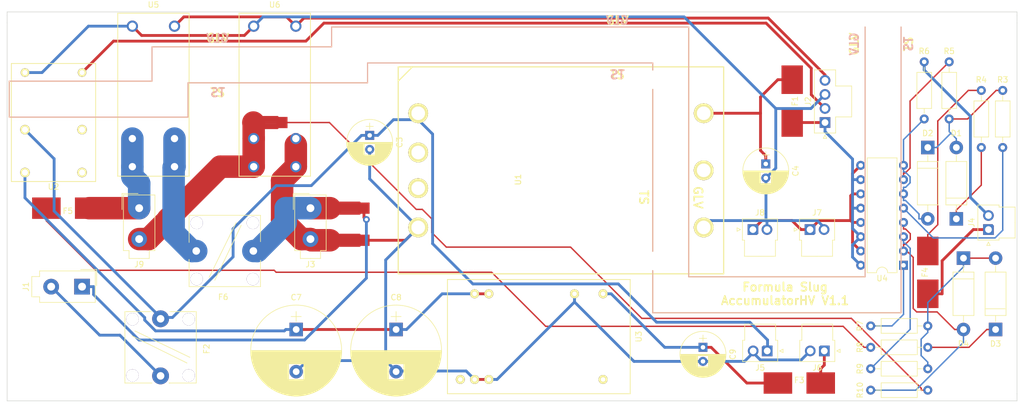
<source format=kicad_pcb>
(kicad_pcb (version 4) (host pcbnew 4.0.7)
  (layers (0 F.Cu signal) (31 B.Cu signal) (34 B.Paste user) (35 F.Paste user) (36 B.SilkS user) (37 F.SilkS user) (38 B.Mask user) (39 F.Mask user) (44 Edge.Cuts user))
  (net 0 "")
  (net 1 /BATT+)
  (net 2 /BATT-)
  (net 3 /12V_SRC)
  (net 4 GND)
  (net 5 "Net-(D1-Pad1)")
  (net 6 "Net-(D1-Pad2)")
  (net 7 "Net-(D2-Pad2)")
  (net 8 "Net-(D3-Pad1)")
  (net 9 "Net-(D3-Pad2)")
  (net 10 "Net-(D4-Pad2)")
  (net 11 /3.3V_TS)
  (net 12 /TS+)
  (net 13 "Net-(F4-Pad1)")
  (net 14 /CHARGER+)
  (net 15 "Net-(F5-Pad1)")
  (net 16 /12V)
  (net 17 /AIRS_FINAL_CHARGER)
  (net 18 /TS-)
  (net 19 /12V_INDICATOR)
  (net 20 /CHARGER-)
  (net 21 "Net-(R3-Pad1)")
  (net 22 "Net-(R5-Pad1)")
  (net 23 "Net-(R7-Pad1)")
  (net 24 /BATT+_DIRECT)
  (net 25 /BATT+_LVBOARD)
  (net 26 /BATT+_CHARGER)
  (net 27 /BATT-_CHARGER)
  (net 28 /BATT+_CHGFUSED)
  (net 29 /BATT+_DIRFUSED)
  (net 30 /VICOR_OUT)
  (net 31 "Net-(R9-Pad1)")
  (net 32 "Net-(R10-Pad2)")
  (net 33 /3.3V_TS_PRE)
  (module FSFootprints:Vicor_Micro (layer F.Cu) (at 96.647 43.18 90)
    (fp_text reference U1 (at -17.78 17.78 90) (layer F.SilkS))
    (fp_text value V110C12E100BL)
    (pad 4 thru_hole circle (at -26.289 0 90) (size 3.5 3.5) (drill 2.4) (layers *.Cu *.Mask F.SilkS) (net 2 /BATT-))
    (pad 3 thru_hole circle (at -19.304 0 90) (size 3.5 3.5) (drill 2.4) (layers *.Cu *.Mask F.SilkS))
    (pad 2 thru_hole circle (at -12.954 0 90) (size 3.5 3.5) (drill 2.4) (layers *.Cu *.Mask F.SilkS))
    (pad 1 thru_hole circle (at -5.969 0 90) (size 3.5 3.5) (drill 2.4) (layers *.Cu *.Mask F.SilkS) (net 1 /BATT+))
    (pad 5 thru_hole circle (at -26.289 50.8 90) (size 3.5 3.5) (drill 2.4) (layers *.Cu *.Mask F.SilkS) (net 4 GND))
    (pad 6 thru_hole circle (at -16.129 50.8 90) (size 3.5 3.5) (drill 2.4) (layers *.Cu *.Mask F.SilkS))
    (pad 7 thru_hole circle (at -5.969 50.8 90) (size 3.5 3.5) (drill 2.4) (layers *.Cu *.Mask F.SilkS) (net 30 /VICOR_OUT))
    (pad "" np_thru_hole circle (at 0 8.89 90) (size 3.2639 3.2639) (drill 3.2639) (layers *.Cu *.Mask))
    (pad "" np_thru_hole circle (at -32.258 25.4 90) (size 3.2639 3.2639) (drill 3.2639) (layers *.Cu *.Mask))
    (pad "" np_thru_hole circle (at -32.258 8.89 90) (size 3.2639 3.2639) (drill 3.2639) (layers *.Cu *.Mask))
    (pad "" np_thru_hole circle (at -32.258 41.91 90) (size 3.2639 3.2639) (drill 3.2639) (layers *.Cu *.Mask))
    (pad "" np_thru_hole circle (at 0 25.4 90) (size 3.2639 3.2639) (drill 3.2639) (layers *.Cu *.Mask))
    (pad "" np_thru_hole circle (at 0 41.91 90) (size 3.2639 3.2639) (drill 3.2639) (layers *.Cu *.Mask))
  )
  (module FSFootprints:G2RL-1A-E (layer F.Cu) (at 71.12 33.655 270)
    (fp_text reference U6 (at -3.81 0 540) (layer F.SilkS))
    (fp_text value G2RL-1A-E)
    (pad 5 thru_hole circle (at 25 3.75 270) (size 2 2) (drill 1.3) (layers *.Cu *.Mask) (net 20 /CHARGER-))
    (pad 4 thru_hole circle (at 25 -3.75 270) (size 2 2) (drill 1.3) (layers *.Cu *.Mask) (net 27 /BATT-_CHARGER))
    (pad 6 thru_hole circle (at 20 3.75 270) (size 2 2) (drill 1.3) (layers *.Cu *.Mask) (net 20 /CHARGER-))
    (pad 3 thru_hole circle (at 20 -3.75 270) (size 2 2) (drill 1.3) (layers *.Cu *.Mask) (net 27 /BATT-_CHARGER))
    (pad 8 thru_hole circle (at 0 3.75 270) (size 2 2) (drill 1.3) (layers *.Cu *.Mask) (net 4 GND))
    (pad 1 thru_hole circle (at 0 -3.75 270) (size 2 2) (drill 1.3) (layers *.Cu *.Mask) (net 17 /AIRS_FINAL_CHARGER))
  )
  (module Mounting_Holes:MountingHole_4.5mm (layer F.Cu) (at 198.12 36.195 90)
    (fp_text reference H4 hide)
    (fp_text value MtngHole)
    (pad 1 np_thru_hole circle (at 0 0 90) (size 4.5 4.5) (drill 4.5) (layers *.Cu *.Mask))
  )
  (module Mounting_Holes:MountingHole_4.5mm (layer F.Cu) (at 198.12 95.25 90)
    (fp_text reference H3 hide)
    (fp_text value MtngHole)
    (pad 1 np_thru_hole circle (at 0 0 90) (size 4.5 4.5) (drill 4.5) (layers *.Cu *.Mask))
  )
  (module Mounting_Holes:MountingHole_4.5mm (layer F.Cu) (at 28.575 95.25 270)
    (fp_text reference H2 hide)
    (fp_text value MtngHole)
    (pad 1 np_thru_hole circle (at 0 0 270) (size 4.5 4.5) (drill 4.5) (layers *.Cu *.Mask))
  )
  (module Mounting_Holes:MountingHole_4.5mm (layer F.Cu) (at 28.575 36.195 270)
    (fp_text reference H1 hide)
    (fp_text value MtngHole)
    (pad 1 np_thru_hole circle (at 0 0 270) (size 4.5 4.5) (drill 4.5) (layers *.Cu *.Mask))
  )
  (module Connectors_Molex:Molex_NanoFit_1x02x2.50mm_Straight (layer F.Cu) (at 198.12 69.85 90)
    (fp_text reference J4 (at 1.25 -3 90) (layer F.SilkS))
    (fp_text value "TS (Switched)")
    (pad 1 thru_hole rect (at 0 0 90) (size 1.9 1.9) (drill 1.2) (layers *.Cu *.Mask) (net 12 /TS+))
    (pad 2 thru_hole circle (at 2.5 0 90) (size 1.9 1.9) (drill 1.2) (layers *.Cu *.Mask) (net 18 /TS-))
    (pad "" np_thru_hole circle (at 1.25 1.34 90) (size 1.3 1.3) (drill 1.3) (layers *.Cu *.Mask))
  )
  (module Capacitors_THT:CP_Radial_D8.0mm_P2.50mm (layer F.Cu) (at 88.011 53.086 270)
    (fp_text reference C3 (at 1.25 -5.31 270) (layer F.SilkS))
    (fp_text value 0.47uF)
    (pad 1 thru_hole rect (at 0 0 270) (size 1.6 1.6) (drill 0.8) (layers *.Cu *.Mask) (net 1 /BATT+))
    (pad 2 thru_hole circle (at 2.5 0 270) (size 1.6 1.6) (drill 0.8) (layers *.Cu *.Mask) (net 2 /BATT-))
  )
  (module Capacitors_THT:CP_Radial_D8.0mm_P2.50mm (layer F.Cu) (at 158.496 58.166 270)
    (fp_text reference C4 (at 1.25 -5.31 270) (layer F.SilkS))
    (fp_text value CP)
    (pad 1 thru_hole rect (at 0 0 270) (size 1.6 1.6) (drill 0.8) (layers *.Cu *.Mask) (net 30 /VICOR_OUT))
    (pad 2 thru_hole circle (at 2.5 0 270) (size 1.6 1.6) (drill 0.8) (layers *.Cu *.Mask) (net 4 GND))
  )
  (module Capacitors_THT:CP_Radial_D16.0mm_P7.50mm (layer F.Cu) (at 74.93 87.63 270)
    (fp_text reference C7 (at -5.715 0 360) (layer F.SilkS))
    (fp_text value 100uF)
    (pad 1 thru_hole rect (at 0 0 270) (size 2.4 2.4) (drill 1.2) (layers *.Cu *.Mask) (net 25 /BATT+_LVBOARD))
    (pad 2 thru_hole circle (at 7.5 0 270) (size 2.4 2.4) (drill 1.2) (layers *.Cu *.Mask) (net 2 /BATT-))
  )
  (module Capacitors_THT:CP_Radial_D16.0mm_P7.50mm (layer F.Cu) (at 92.71 87.63 270)
    (fp_text reference C8 (at -5.715 0 360) (layer F.SilkS))
    (fp_text value 100uF)
    (pad 1 thru_hole rect (at 0 0 270) (size 2.4 2.4) (drill 1.2) (layers *.Cu *.Mask) (net 25 /BATT+_LVBOARD))
    (pad 2 thru_hole circle (at 7.5 0 270) (size 2.4 2.4) (drill 1.2) (layers *.Cu *.Mask) (net 2 /BATT-))
  )
  (module Capacitors_THT:CP_Radial_D8.0mm_P2.50mm (layer F.Cu) (at 147.32 90.805 270)
    (fp_text reference C9 (at 1.25 -5.31 270) (layer F.SilkS))
    (fp_text value CP)
    (pad 1 thru_hole rect (at 0 0 270) (size 1.6 1.6) (drill 0.8) (layers *.Cu *.Mask) (net 33 /3.3V_TS_PRE))
    (pad 2 thru_hole circle (at 2.5 0 270) (size 1.6 1.6) (drill 0.8) (layers *.Cu *.Mask) (net 2 /BATT-))
  )
  (module Diodes_THT:D_DO-15_P12.70mm_Horizontal (layer F.Cu) (at 192.405 67.945 90)
    (fp_text reference D1 (at 15.24 0 180) (layer F.SilkS))
    (fp_text value "48V Zener")
    (pad 1 thru_hole rect (at 0 0 90) (size 2.4 2.4) (drill 1.2) (layers *.Cu *.Mask) (net 5 "Net-(D1-Pad1)"))
    (pad 2 thru_hole oval (at 12.7 0 90) (size 2.4 2.4) (drill 1.2) (layers *.Cu *.Mask) (net 6 "Net-(D1-Pad2)"))
  )
  (module Diodes_THT:D_DO-15_P12.70mm_Horizontal (layer F.Cu) (at 187.325 55.245 270)
    (fp_text reference D2 (at -2.54 0 360) (layer F.SilkS))
    (fp_text value "12V Zener")
    (pad 1 thru_hole rect (at 0 0 270) (size 2.4 2.4) (drill 1.2) (layers *.Cu *.Mask) (net 6 "Net-(D1-Pad2)"))
    (pad 2 thru_hole oval (at 12.7 0 270) (size 2.4 2.4) (drill 1.2) (layers *.Cu *.Mask) (net 7 "Net-(D2-Pad2)"))
  )
  (module Diodes_THT:D_DO-15_P12.70mm_Horizontal (layer F.Cu) (at 199.39 87.63 90)
    (fp_text reference D3 (at -2.54 0 180) (layer F.SilkS))
    (fp_text value "48V Zener")
    (pad 1 thru_hole rect (at 0 0 90) (size 2.4 2.4) (drill 1.2) (layers *.Cu *.Mask) (net 8 "Net-(D3-Pad1)"))
    (pad 2 thru_hole oval (at 12.7 0 90) (size 2.4 2.4) (drill 1.2) (layers *.Cu *.Mask) (net 9 "Net-(D3-Pad2)"))
  )
  (module Diodes_THT:D_DO-15_P12.70mm_Horizontal (layer F.Cu) (at 193.675 74.93 270)
    (fp_text reference D4 (at 15.24 0 360) (layer F.SilkS))
    (fp_text value "12V Zener")
    (pad 1 thru_hole rect (at 0 0 270) (size 2.4 2.4) (drill 1.2) (layers *.Cu *.Mask) (net 9 "Net-(D3-Pad2)"))
    (pad 2 thru_hole oval (at 12.7 0 270) (size 2.4 2.4) (drill 1.2) (layers *.Cu *.Mask) (net 10 "Net-(D4-Pad2)"))
  )
  (module "FSFootprints:SMD Fuse" (layer F.Cu) (at 163.195 46.99 90)
    (fp_text reference F1 (at 0 0.5 90) (layer F.SilkS))
    (fp_text value Fuse)
    (pad 2 smd rect (at 3.81 0 90) (size 5.08 3.81) (layers F.Cu F.Paste F.Mask) (net 30 /VICOR_OUT))
    (pad 1 smd rect (at -3.81 0 90) (size 5.08 3.81) (layers F.Cu F.Paste F.Mask) (net 3 /12V_SRC))
  )
  (module "FSFootprints:SMD Fuse" (layer F.Cu) (at 164.465 97.155 180)
    (fp_text reference F3 (at 0 0.5 180) (layer F.SilkS))
    (fp_text value Fuse)
    (pad 2 smd rect (at 3.81 0 180) (size 5.08 3.81) (layers F.Cu F.Paste F.Mask) (net 33 /3.3V_TS_PRE))
    (pad 1 smd rect (at -3.81 0 180) (size 5.08 3.81) (layers F.Cu F.Paste F.Mask) (net 11 /3.3V_TS))
  )
  (module "FSFootprints:SMD Fuse" (layer F.Cu) (at 187.325 77.47 270)
    (fp_text reference F4 (at 0 0.5 270) (layer F.SilkS))
    (fp_text value "TS 60V Fuse")
    (pad 2 smd rect (at 3.81 0 270) (size 5.08 3.81) (layers F.Cu F.Paste F.Mask) (net 12 /TS+))
    (pad 1 smd rect (at -3.81 0 270) (size 5.08 3.81) (layers F.Cu F.Paste F.Mask) (net 13 "Net-(F4-Pad1)"))
  )
  (module "FSFootprints:SMD Fuse" (layer F.Cu) (at 34.29 66.04)
    (fp_text reference F5 (at 0 0.5) (layer F.SilkS))
    (fp_text value "Charger 60V Fuse")
    (pad 2 smd rect (at 3.81 0) (size 5.08 3.81) (layers F.Cu F.Paste F.Mask) (net 14 /CHARGER+))
    (pad 1 smd rect (at -3.81 0) (size 5.08 3.81) (layers F.Cu F.Paste F.Mask) (net 15 "Net-(F5-Pad1)"))
  )
  (module Connectors_Molex:Molex_MiniFit-JR-5556-02A_2x01x4.20mm_Straight (layer F.Cu) (at 36.83 80.01 270)
    (fp_text reference J1 (at 0 10 270) (layer F.SilkS))
    (fp_text value "TS -> GLV Regulator Jumper")
    (pad 1 thru_hole rect (at 0 0 270) (size 2.8 2.8) (drill 1.4) (layers *.Cu *.Mask) (net 24 /BATT+_DIRECT))
    (pad 2 thru_hole circle (at 0 5.5 270) (size 2.8 2.8) (drill 1.4) (layers *.Cu *.Mask) (net 29 /BATT+_DIRFUSED))
  )
  (module Connectors_Molex:Molex_NanoFit_1x04x2.50mm_Straight (layer F.Cu) (at 169.037 50.8 90)
    (fp_text reference J2 (at 3.75 -3 90) (layer F.SilkS))
    (fp_text value "To LV Board")
    (pad 1 thru_hole rect (at 0 0 90) (size 1.9 1.9) (drill 1.2) (layers *.Cu *.Mask) (net 3 /12V_SRC))
    (pad 2 thru_hole circle (at 2.5 0 90) (size 1.9 1.9) (drill 1.2) (layers *.Cu *.Mask) (net 16 /12V))
    (pad 3 thru_hole circle (at 5 0 90) (size 1.9 1.9) (drill 1.2) (layers *.Cu *.Mask) (net 4 GND))
    (pad 4 thru_hole circle (at 7.5 0 90) (size 1.9 1.9) (drill 1.2) (layers *.Cu *.Mask) (net 17 /AIRS_FINAL_CHARGER))
    (pad "" np_thru_hole circle (at 3.75 1.34 90) (size 1.3 1.3) (drill 1.3) (layers *.Cu *.Mask))
  )
  (module Connectors_Molex:Molex_MiniFit-JR-5556-02A_2x01x4.20mm_Straight (layer F.Cu) (at 77.47 66.04)
    (fp_text reference J3 (at 0 10) (layer F.SilkS))
    (fp_text value "Batt Voltage")
    (pad 1 thru_hole rect (at 0 0) (size 2.8 2.8) (drill 1.4) (layers *.Cu *.Mask) (net 26 /BATT+_CHARGER))
    (pad 2 thru_hole circle (at 0 5.5) (size 2.8 2.8) (drill 1.4) (layers *.Cu *.Mask) (net 27 /BATT-_CHARGER))
  )
  (module Connectors_Molex:Molex_NanoFit_1x02x2.50mm_Straight (layer F.Cu) (at 158.75 91.44 180)
    (fp_text reference J5 (at 1.25 -3 180) (layer F.SilkS))
    (fp_text value "IMD TS")
    (pad 1 thru_hole rect (at 0 0 180) (size 1.9 1.9) (drill 1.2) (layers *.Cu *.Mask) (net 1 /BATT+))
    (pad 2 thru_hole circle (at 2.5 0 180) (size 1.9 1.9) (drill 1.2) (layers *.Cu *.Mask) (net 2 /BATT-))
    (pad "" np_thru_hole circle (at 1.25 1.34 180) (size 1.3 1.3) (drill 1.3) (layers *.Cu *.Mask))
  )
  (module Connectors_Molex:Molex_NanoFit_1x02x2.50mm_Straight (layer F.Cu) (at 168.91 91.44 180)
    (fp_text reference J6 (at 1.25 -3 180) (layer F.SilkS))
    (fp_text value "To LV Board")
    (pad 1 thru_hole rect (at 0 0 180) (size 1.9 1.9) (drill 1.2) (layers *.Cu *.Mask) (net 11 /3.3V_TS))
    (pad 2 thru_hole circle (at 2.5 0 180) (size 1.9 1.9) (drill 1.2) (layers *.Cu *.Mask) (net 2 /BATT-))
    (pad "" np_thru_hole circle (at 1.25 1.34 180) (size 1.3 1.3) (drill 1.3) (layers *.Cu *.Mask))
  )
  (module Connectors_Molex:Molex_NanoFit_1x02x2.50mm_Straight (layer F.Cu) (at 166.37 69.85)
    (fp_text reference J7 (at 1.25 -3) (layer F.SilkS))
    (fp_text value "Acc LED 1")
    (pad 1 thru_hole rect (at 0 0) (size 1.9 1.9) (drill 1.2) (layers *.Cu *.Mask) (net 19 /12V_INDICATOR))
    (pad 2 thru_hole circle (at 2.5 0) (size 1.9 1.9) (drill 1.2) (layers *.Cu *.Mask) (net 4 GND))
    (pad "" np_thru_hole circle (at 1.25 1.34) (size 1.3 1.3) (drill 1.3) (layers *.Cu *.Mask))
  )
  (module Connectors_Molex:Molex_NanoFit_1x02x2.50mm_Straight (layer F.Cu) (at 156.21 69.85)
    (fp_text reference J8 (at 1.25 -3) (layer F.SilkS))
    (fp_text value "Acc LED 2")
    (pad 1 thru_hole rect (at 0 0) (size 1.9 1.9) (drill 1.2) (layers *.Cu *.Mask) (net 19 /12V_INDICATOR))
    (pad 2 thru_hole circle (at 2.5 0) (size 1.9 1.9) (drill 1.2) (layers *.Cu *.Mask) (net 4 GND))
    (pad "" np_thru_hole circle (at 1.25 1.34) (size 1.3 1.3) (drill 1.3) (layers *.Cu *.Mask))
  )
  (module Connectors_Molex:Molex_MiniFit-JR-5556-02A_2x01x4.20mm_Straight (layer F.Cu) (at 46.99 66.04)
    (fp_text reference J9 (at 0 10) (layer F.SilkS))
    (fp_text value "Charger Current")
    (pad 1 thru_hole rect (at 0 0) (size 2.8 2.8) (drill 1.4) (layers *.Cu *.Mask) (net 14 /CHARGER+))
    (pad 2 thru_hole circle (at 0 5.5) (size 2.8 2.8) (drill 1.4) (layers *.Cu *.Mask) (net 20 /CHARGER-))
  )
  (module Resistors_THT:R_Axial_DIN0207_L6.3mm_D2.5mm_P10.16mm_Horizontal (layer F.Cu) (at 200.66 55.245 90)
    (fp_text reference R3 (at 12.065 0 180) (layer F.SilkS))
    (fp_text value R)
    (pad 1 thru_hole circle (at 0 0 90) (size 1.6 1.6) (drill 0.8) (layers *.Cu *.Mask) (net 21 "Net-(R3-Pad1)"))
    (pad 2 thru_hole oval (at 10.16 0 90) (size 1.6 1.6) (drill 0.8) (layers *.Cu *.Mask) (net 6 "Net-(D1-Pad2)"))
  )
  (module Resistors_THT:R_Axial_DIN0207_L6.3mm_D2.5mm_P10.16mm_Horizontal (layer F.Cu) (at 196.85 55.245 90)
    (fp_text reference R4 (at 12.065 0 180) (layer F.SilkS))
    (fp_text value 1.5kR)
    (pad 1 thru_hole circle (at 0 0 90) (size 1.6 1.6) (drill 0.8) (layers *.Cu *.Mask) (net 5 "Net-(D1-Pad1)"))
    (pad 2 thru_hole oval (at 10.16 0 90) (size 1.6 1.6) (drill 0.8) (layers *.Cu *.Mask) (net 13 "Net-(F4-Pad1)"))
  )
  (module Resistors_THT:R_Axial_DIN0207_L6.3mm_D2.5mm_P10.16mm_Horizontal (layer F.Cu) (at 191.135 40.005 270)
    (fp_text reference R5 (at -1.905 0 360) (layer F.SilkS))
    (fp_text value R)
    (pad 1 thru_hole circle (at 0 0 270) (size 1.6 1.6) (drill 0.8) (layers *.Cu *.Mask) (net 22 "Net-(R5-Pad1)"))
    (pad 2 thru_hole oval (at 10.16 0 270) (size 1.6 1.6) (drill 0.8) (layers *.Cu *.Mask) (net 6 "Net-(D1-Pad2)"))
  )
  (module Resistors_THT:R_Axial_DIN0207_L6.3mm_D2.5mm_P10.16mm_Horizontal (layer F.Cu) (at 186.69 50.165 90)
    (fp_text reference R6 (at 12.065 0 180) (layer F.SilkS))
    (fp_text value 1.5kR)
    (pad 1 thru_hole circle (at 0 0 90) (size 1.6 1.6) (drill 0.8) (layers *.Cu *.Mask) (net 7 "Net-(D2-Pad2)"))
    (pad 2 thru_hole oval (at 10.16 0 90) (size 1.6 1.6) (drill 0.8) (layers *.Cu *.Mask) (net 18 /TS-))
  )
  (module Resistors_THT:R_Axial_DIN0207_L6.3mm_D2.5mm_P10.16mm_Horizontal (layer F.Cu) (at 177.165 86.995)
    (fp_text reference R7 (at -1.905 0 90) (layer F.SilkS))
    (fp_text value R)
    (pad 1 thru_hole circle (at 0 0) (size 1.6 1.6) (drill 0.8) (layers *.Cu *.Mask) (net 23 "Net-(R7-Pad1)"))
    (pad 2 thru_hole oval (at 10.16 0) (size 1.6 1.6) (drill 0.8) (layers *.Cu *.Mask) (net 9 "Net-(D3-Pad2)"))
  )
  (module Resistors_THT:R_Axial_DIN0207_L6.3mm_D2.5mm_P10.16mm_Horizontal (layer F.Cu) (at 187.325 90.805 180)
    (fp_text reference R8 (at 12.065 0 270) (layer F.SilkS))
    (fp_text value 1.5kR)
    (pad 1 thru_hole circle (at 0 0 180) (size 1.6 1.6) (drill 0.8) (layers *.Cu *.Mask) (net 8 "Net-(D3-Pad1)"))
    (pad 2 thru_hole oval (at 10.16 0 180) (size 1.6 1.6) (drill 0.8) (layers *.Cu *.Mask) (net 15 "Net-(F5-Pad1)"))
  )
  (module FSFootprints:RDD08110S3V3 (layer F.Cu) (at 104.14 96.52 90)
    (fp_text reference U3 (at 7.62 31.75 90) (layer F.SilkS))
    (fp_text value RDD08110S3V3)
    (pad 1 thru_hole oval (at 0 0 90) (size 1.6 1.6) (drill 0.8) (layers *.Cu *.Mask F.SilkS))
    (pad 2 thru_hole oval (at 0 2.54 90) (size 1.6 1.6) (drill 0.8) (layers *.Cu *.Mask F.SilkS) (net 2 /BATT-))
    (pad 3 thru_hole oval (at 0 5.08 90) (size 1.6 1.6) (drill 0.8) (layers *.Cu *.Mask F.SilkS) (net 2 /BATT-))
    (pad 11 thru_hole oval (at 0 25.4 90) (size 1.6 1.6) (drill 0.8) (layers *.Cu *.Mask F.SilkS))
    (pad 14 thru_hole oval (at 15.24 25.4 90) (size 1.6 1.6) (drill 0.8) (layers *.Cu *.Mask F.SilkS) (net 33 /3.3V_TS_PRE))
    (pad 16 thru_hole oval (at 15.24 20.32 90) (size 1.6 1.6) (drill 0.8) (layers *.Cu *.Mask F.SilkS) (net 2 /BATT-))
    (pad 22 thru_hole oval (at 15.24 5.08 90) (size 1.6 1.6) (drill 0.8) (layers *.Cu *.Mask F.SilkS) (net 25 /BATT+_LVBOARD))
    (pad 23 thru_hole oval (at 15.24 2.54 90) (size 1.6 1.6) (drill 0.8) (layers *.Cu *.Mask F.SilkS) (net 25 /BATT+_LVBOARD))
  )
  (module Housings_DIP:DIP-16_W7.62mm (layer F.Cu) (at 183.007 76.2 180)
    (fp_text reference U4 (at 3.81 -2.33 180) (layer F.SilkS))
    (fp_text value PS2501-4)
    (pad 1 thru_hole rect (at 0 0 180) (size 1.6 1.6) (drill 0.8) (layers *.Cu *.Mask) (net 23 "Net-(R7-Pad1)"))
    (pad 9 thru_hole oval (at 7.62 17.78 180) (size 1.6 1.6) (drill 0.8) (layers *.Cu *.Mask) (net 19 /12V_INDICATOR))
    (pad 2 thru_hole oval (at 0 2.54 180) (size 1.6 1.6) (drill 0.8) (layers *.Cu *.Mask) (net 10 "Net-(D4-Pad2)"))
    (pad 10 thru_hole oval (at 7.62 15.24 180) (size 1.6 1.6) (drill 0.8) (layers *.Cu *.Mask) (net 3 /12V_SRC))
    (pad 3 thru_hole oval (at 0 5.08 180) (size 1.6 1.6) (drill 0.8) (layers *.Cu *.Mask) (net 31 "Net-(R9-Pad1)"))
    (pad 11 thru_hole oval (at 7.62 12.7 180) (size 1.6 1.6) (drill 0.8) (layers *.Cu *.Mask) (net 19 /12V_INDICATOR))
    (pad 4 thru_hole oval (at 0 7.62 180) (size 1.6 1.6) (drill 0.8) (layers *.Cu *.Mask) (net 10 "Net-(D4-Pad2)"))
    (pad 12 thru_hole oval (at 7.62 10.16 180) (size 1.6 1.6) (drill 0.8) (layers *.Cu *.Mask) (net 3 /12V_SRC))
    (pad 5 thru_hole oval (at 0 10.16 180) (size 1.6 1.6) (drill 0.8) (layers *.Cu *.Mask) (net 21 "Net-(R3-Pad1)"))
    (pad 13 thru_hole oval (at 7.62 7.62 180) (size 1.6 1.6) (drill 0.8) (layers *.Cu *.Mask) (net 19 /12V_INDICATOR))
    (pad 6 thru_hole oval (at 0 12.7 180) (size 1.6 1.6) (drill 0.8) (layers *.Cu *.Mask) (net 7 "Net-(D2-Pad2)"))
    (pad 14 thru_hole oval (at 7.62 5.08 180) (size 1.6 1.6) (drill 0.8) (layers *.Cu *.Mask) (net 3 /12V_SRC))
    (pad 7 thru_hole oval (at 0 15.24 180) (size 1.6 1.6) (drill 0.8) (layers *.Cu *.Mask) (net 22 "Net-(R5-Pad1)"))
    (pad 15 thru_hole oval (at 7.62 2.54 180) (size 1.6 1.6) (drill 0.8) (layers *.Cu *.Mask) (net 19 /12V_INDICATOR))
    (pad 8 thru_hole oval (at 0 17.78 180) (size 1.6 1.6) (drill 0.8) (layers *.Cu *.Mask) (net 7 "Net-(D2-Pad2)"))
    (pad 16 thru_hole oval (at 7.62 0 180) (size 1.6 1.6) (drill 0.8) (layers *.Cu *.Mask) (net 3 /12V_SRC))
  )
  (module FSFootprints:G2RL-1A-E (layer F.Cu) (at 49.53 33.655 270)
    (fp_text reference U5 (at -3.81 0 540) (layer F.SilkS))
    (fp_text value G2RL-1A-E)
    (pad 5 thru_hole circle (at 25 3.75 270) (size 2 2) (drill 1.3) (layers *.Cu *.Mask) (net 14 /CHARGER+))
    (pad 4 thru_hole circle (at 25 -3.75 270) (size 2 2) (drill 1.3) (layers *.Cu *.Mask) (net 28 /BATT+_CHGFUSED))
    (pad 6 thru_hole circle (at 20 3.75 270) (size 2 2) (drill 1.3) (layers *.Cu *.Mask) (net 14 /CHARGER+))
    (pad 3 thru_hole circle (at 20 -3.75 270) (size 2 2) (drill 1.3) (layers *.Cu *.Mask) (net 28 /BATT+_CHGFUSED))
    (pad 8 thru_hole circle (at 0 3.75 270) (size 2 2) (drill 1.3) (layers *.Cu *.Mask) (net 4 GND))
    (pad 1 thru_hole circle (at 0 -3.75 270) (size 2 2) (drill 1.3) (layers *.Cu *.Mask) (net 17 /AIRS_FINAL_CHARGER))
  )
  (module Fuse_Holders_and_Fuses:Fuseholder5x20_vert_closed_Bulgin_FX0456 (layer F.Cu) (at 50.8 85.725 270)
    (fp_text reference F2 (at 5.36 -8.2 270) (layer F.SilkS))
    (fp_text value "IMD/DCDC Fuse")
    (pad 2 thru_hole circle (at 10.16 0 270) (size 3 3) (drill 1.35) (layers *.Cu *.Mask) (net 29 /BATT+_DIRFUSED))
    (pad 1 thru_hole circle (at 0 0 270) (size 3 3) (drill 1.35) (layers *.Cu *.Mask) (net 1 /BATT+))
    (pad 3 thru_hole circle (at 10.08 -5 270) (size 2.2 2.2) (drill 2.2) (layers *.Cu Dwgs.User))
    (pad 3 thru_hole circle (at 0.08 -5 270) (size 2.2 2.2) (drill 2.2) (layers *.Cu Dwgs.User))
    (pad 3 thru_hole circle (at 0.08 5 270) (size 2.2 2.2) (drill 2.2) (layers *.Cu Dwgs.User))
    (pad 3 thru_hole circle (at 10.08 5 270) (size 2.2 2.2) (drill 2.2) (layers *.Cu Dwgs.User))
  )
  (module Fuse_Holders_and_Fuses:Fuseholder5x20_vert_closed_Bulgin_FX0456 (layer F.Cu) (at 67.31 73.66 180)
    (fp_text reference F6 (at 5.36 -8.2 180) (layer F.SilkS))
    (fp_text value "Charger Fuse")
    (pad 2 thru_hole circle (at 10.16 0 180) (size 3 3) (drill 1.35) (layers *.Cu *.Mask) (net 28 /BATT+_CHGFUSED))
    (pad 1 thru_hole circle (at 0 0 180) (size 3 3) (drill 1.35) (layers *.Cu *.Mask) (net 26 /BATT+_CHARGER))
    (pad 3 thru_hole circle (at 10.08 -5 180) (size 2.2 2.2) (drill 2.2) (layers *.Cu Dwgs.User))
    (pad 3 thru_hole circle (at 0.08 -5 180) (size 2.2 2.2) (drill 2.2) (layers *.Cu Dwgs.User))
    (pad 3 thru_hole circle (at 0.08 5 180) (size 2.2 2.2) (drill 2.2) (layers *.Cu Dwgs.User))
    (pad 3 thru_hole circle (at 10.08 5 180) (size 2.2 2.2) (drill 2.2) (layers *.Cu Dwgs.User))
  )
  (module Resistors_THT:R_Axial_DIN0207_L6.3mm_D2.5mm_P10.16mm_Horizontal (layer F.Cu) (at 177.165 94.615)
    (fp_text reference R9 (at -1.905 0 90) (layer F.SilkS))
    (fp_text value R)
    (pad 1 thru_hole circle (at 0 0) (size 1.6 1.6) (drill 0.8) (layers *.Cu *.Mask) (net 31 "Net-(R9-Pad1)"))
    (pad 2 thru_hole oval (at 10.16 0) (size 1.6 1.6) (drill 0.8) (layers *.Cu *.Mask) (net 9 "Net-(D3-Pad2)"))
  )
  (module Resistors_THT:R_Axial_DIN0207_L6.3mm_D2.5mm_P10.16mm_Horizontal (layer F.Cu) (at 177.165 98.425)
    (fp_text reference R10 (at -1.905 0 90) (layer F.SilkS))
    (fp_text value 1.5kR)
    (pad 1 thru_hole circle (at 0 0) (size 1.6 1.6) (drill 0.8) (layers *.Cu *.Mask) (net 10 "Net-(D4-Pad2)"))
    (pad 2 thru_hole oval (at 10.16 0) (size 1.6 1.6) (drill 0.8) (layers *.Cu *.Mask) (net 32 "Net-(R10-Pad2)"))
  )
  (module FSFootprints:SMDNetTie (layer F.Cu) (at 84.455 66.04 180)
    (fp_text reference R1 hide)
    (fp_text value 0)
    (fp_line (start 1.778 -1.016) (end -1.778 -1.016) (layer F.Cu) (width 0.3048))
    (fp_line (start -1.778 -0.762) (end 1.778 -0.762) (layer F.Cu) (width 0.3048))
    (fp_line (start 1.778 -0.508) (end -1.778 -0.508) (layer F.Cu) (width 0.3048))
    (fp_line (start -1.778 -0.254) (end 1.778 -0.254) (layer F.Cu) (width 0.3048))
    (fp_line (start 1.778 0) (end -1.778 0) (layer F.Cu) (width 0.3048))
    (fp_line (start -1.778 0.254) (end 1.778 0.254) (layer F.Cu) (width 0.3048))
    (fp_line (start 1.778 0.508) (end -1.778 0.508) (layer F.Cu) (width 0.3048))
    (fp_line (start -1.778 0.762) (end 1.778 0.762) (layer F.Cu) (width 0.3048))
    (fp_line (start 1.778 1.016) (end -1.778 1.016) (layer F.Cu) (width 0.3048))
    (pad 1 smd rect (at -2.54 0 180) (size 1.99898 1.99898) (layers F.Cu) (net 24 /BATT+_DIRECT))
    (pad 2 smd rect (at 2.54 0 180) (size 1.99898 1.99898) (layers F.Cu) (net 26 /BATT+_CHARGER))
  )
  (module FSFootprints:SMDNetTie (layer F.Cu) (at 84.455 71.755 180)
    (fp_text reference R2 hide)
    (fp_text value 0)
    (fp_line (start 1.778 -1.016) (end -1.778 -1.016) (layer F.Cu) (width 0.3048))
    (fp_line (start -1.778 -0.762) (end 1.778 -0.762) (layer F.Cu) (width 0.3048))
    (fp_line (start 1.778 -0.508) (end -1.778 -0.508) (layer F.Cu) (width 0.3048))
    (fp_line (start -1.778 -0.254) (end 1.778 -0.254) (layer F.Cu) (width 0.3048))
    (fp_line (start 1.778 0) (end -1.778 0) (layer F.Cu) (width 0.3048))
    (fp_line (start -1.778 0.254) (end 1.778 0.254) (layer F.Cu) (width 0.3048))
    (fp_line (start 1.778 0.508) (end -1.778 0.508) (layer F.Cu) (width 0.3048))
    (fp_line (start -1.778 0.762) (end 1.778 0.762) (layer F.Cu) (width 0.3048))
    (fp_line (start 1.778 1.016) (end -1.778 1.016) (layer F.Cu) (width 0.3048))
    (pad 1 smd rect (at -2.54 0 180) (size 1.99898 1.99898) (layers F.Cu) (net 2 /BATT-))
    (pad 2 smd rect (at 2.54 0 180) (size 1.99898 1.99898) (layers F.Cu) (net 27 /BATT-_CHARGER))
  )
  (module FSFootprints:SMDNetTie (layer F.Cu) (at 69.85 50.8 180)
    (fp_text reference R11 hide)
    (fp_text value 0)
    (fp_line (start 1.778 -1.016) (end -1.778 -1.016) (layer F.Cu) (width 0.3048))
    (fp_line (start -1.778 -0.762) (end 1.778 -0.762) (layer F.Cu) (width 0.3048))
    (fp_line (start 1.778 -0.508) (end -1.778 -0.508) (layer F.Cu) (width 0.3048))
    (fp_line (start -1.778 -0.254) (end 1.778 -0.254) (layer F.Cu) (width 0.3048))
    (fp_line (start 1.778 0) (end -1.778 0) (layer F.Cu) (width 0.3048))
    (fp_line (start -1.778 0.254) (end 1.778 0.254) (layer F.Cu) (width 0.3048))
    (fp_line (start 1.778 0.508) (end -1.778 0.508) (layer F.Cu) (width 0.3048))
    (fp_line (start -1.778 0.762) (end 1.778 0.762) (layer F.Cu) (width 0.3048))
    (fp_line (start 1.778 1.016) (end -1.778 1.016) (layer F.Cu) (width 0.3048))
    (pad 1 smd rect (at -2.54 0 180) (size 1.99898 1.99898) (layers F.Cu) (net 32 "Net-(R10-Pad2)"))
    (pad 2 smd rect (at 2.54 0 180) (size 1.99898 1.99898) (layers F.Cu) (net 20 /CHARGER-))
  )
  (module FSFootprints:Vicor_Micro (layer F.Cu) (at 96.647 43.18 90)
    (fp_text reference U1 (at -17.78 17.78 90) (layer F.SilkS))
    (fp_text value V110C12E100BL)
    (pad 4 thru_hole circle (at -26.289 0 90) (size 3.5 3.5) (drill 2.4) (layers *.Cu *.Mask F.SilkS) (net 2 /BATT-))
    (pad 3 thru_hole circle (at -19.304 0 90) (size 3.5 3.5) (drill 2.4) (layers *.Cu *.Mask F.SilkS))
    (pad 2 thru_hole circle (at -12.954 0 90) (size 3.5 3.5) (drill 2.4) (layers *.Cu *.Mask F.SilkS))
    (pad 1 thru_hole circle (at -5.969 0 90) (size 3.5 3.5) (drill 2.4) (layers *.Cu *.Mask F.SilkS) (net 1 /BATT+))
    (pad 5 thru_hole circle (at -26.289 50.8 90) (size 3.5 3.5) (drill 2.4) (layers *.Cu *.Mask F.SilkS) (net 4 GND))
    (pad 6 thru_hole circle (at -16.129 50.8 90) (size 3.5 3.5) (drill 2.4) (layers *.Cu *.Mask F.SilkS))
    (pad 7 thru_hole circle (at -5.969 50.8 90) (size 3.5 3.5) (drill 2.4) (layers *.Cu *.Mask F.SilkS) (net 30 /VICOR_OUT))
    (pad "" np_thru_hole circle (at 0 8.89 90) (size 3.2639 3.2639) (drill 3.2639) (layers *.Cu *.Mask))
    (pad "" np_thru_hole circle (at -32.258 25.4 90) (size 3.2639 3.2639) (drill 3.2639) (layers *.Cu *.Mask))
    (pad "" np_thru_hole circle (at -32.258 8.89 90) (size 3.2639 3.2639) (drill 3.2639) (layers *.Cu *.Mask))
    (pad "" np_thru_hole circle (at -32.258 41.91 90) (size 3.2639 3.2639) (drill 3.2639) (layers *.Cu *.Mask))
    (pad "" np_thru_hole circle (at 0 25.4 90) (size 3.2639 3.2639) (drill 3.2639) (layers *.Cu *.Mask))
    (pad "" np_thru_hole circle (at 0 41.91 90) (size 3.2639 3.2639) (drill 3.2639) (layers *.Cu *.Mask))
  )
  (module FSFootprints:DK1A1B-12V (layer F.Cu) (at 31.75 52.07)
    (fp_text reference U2 (at 0 10.16) (layer F.SilkS))
    (fp_text value DK1A1B-12V)
    (pad 1 thru_hole circle (at -5.08 -10.16) (size 1.524 1.524) (drill 0.9) (layers *.Cu *.Mask F.SilkS) (net 4 GND))
    (pad 3 thru_hole circle (at -5.08 0) (size 1.7 1.7) (drill 1.1) (layers *.Cu *.Mask F.SilkS) (net 1 /BATT+))
    (pad 4 thru_hole circle (at -5.08 7.62) (size 1.7 1.7) (drill 1.1) (layers *.Cu *.Mask F.SilkS) (net 25 /BATT+_LVBOARD))
    (pad 8 thru_hole circle (at 5.08 -10.16) (size 1.524 1.524) (drill 0.9) (layers *.Cu *.Mask F.SilkS) (net 16 /12V))
    (pad 6 thru_hole circle (at 5.08 0) (size 1.7 1.7) (drill 1.1) (layers *.Cu *.Mask F.SilkS))
    (pad 5 thru_hole circle (at 5.08 7.62) (size 1.7 1.7) (drill 1.1) (layers *.Cu *.Mask F.SilkS))
  )
  (gr_text "GLV\n\n\n\nTS" (at 60.96 40.64) (layer B.SilkS) (effects (font (size 1.5 1.5) (thickness 0.3)) (justify mirror)))
  (gr_line (start 23.876 49.834) (end 55.676 49.834) (angle 90) (layer F.SilkS) (width 0.2))
  (gr_line (start 49.276 43.434) (end 23.876 43.434) (angle 90) (layer B.SilkS) (width 0.2))
  (gr_line (start 23.876 43.434) (end 23.876 49.834) (angle 90) (layer B.SilkS) (width 0.2))
  (gr_line (start 55.676 49.834) (end 55.676 43.738) (angle 90) (layer F.SilkS) (width 0.2))
  (gr_line (start 49.276 37.338) (end 49.276 43.434) (angle 90) (layer B.SilkS) (width 0.2))
  (gr_line (start 81.23 37.338) (end 49.276 37.338) (angle 90) (layer B.SilkS) (width 0.2))
  (gr_line (start 55.676 43.738) (end 87.63 43.738) (angle 90) (layer F.SilkS) (width 0.2))
  (gr_line (start 87.63 43.738) (end 87.63 40.2) (angle 90) (layer F.SilkS) (width 0.2))
  (gr_line (start 81.23 33.8) (end 81.23 37.338) (angle 90) (layer B.SilkS) (width 0.2))
  (gr_text "GLV\n\n\n\nTS" (at 132.08 37.465) (layer B.SilkS) (effects (font (size 1.5 1.5) (thickness 0.3)) (justify mirror)))
  (gr_line (start 87.63 40.2) (end 138.38 40.2) (angle 90) (layer F.SilkS) (width 0.2))
  (gr_line (start 81.23 33.8) (end 144.78 33.8) (angle 90) (layer F.SilkS) (width 0.2))
  (gr_line (start 144.78 33.8) (end 144.78 78.232) (angle 90) (layer B.SilkS) (width 0.2))
  (gr_line (start 138.38 40.2) (end 138.38 84.65) (angle 90) (layer B.SilkS) (width 0.2))
  (gr_line (start 138.38 84.65) (end 182.567 84.65) (angle 90) (layer B.SilkS) (width 0.2))
  (gr_line (start 144.78 78.25) (end 176.167 78.25) (angle 90) (layer B.SilkS) (width 0.2))
  (gr_text "GLV\n\n\n\nTS" (at 179.07 36.83 90) (layer B.SilkS) (effects (font (size 1.5 1.5) (thickness 0.3)) (justify mirror)))
  (gr_line (start 182.567 84.65) (end 182.567 33.8) (angle 90) (layer B.SilkS) (width 0.2))
  (gr_line (start 176.167 78.25) (end 176.167 33.8) (angle 90) (layer B.SilkS) (width 0.2))
  (gr_text "GLV\n\n\n\nTS" (at 179.07 36.83 90) (layer F.SilkS) (effects (font (size 1.5 1.5) (thickness 0.3))))
  (gr_text "GLV\n\n\n\nTS" (at 141.605 64.135 270) (layer F.SilkS) (effects (font (size 1.5 1.5) (thickness 0.3))))
  (gr_text "GLV\n\n\n\nTS" (at 132.08 37.465) (layer F.SilkS) (effects (font (size 1.5 1.5) (thickness 0.3))))
  (gr_text "GLV\n\n\n\nTS" (at 60.96 40.64) (layer F.SilkS) (effects (font (size 1.5 1.5) (thickness 0.3))))
  (gr_line (start 138.38 40.2) (end 138.38 84.65) (angle 90) (layer F.SilkS) (width 0.2))
  (gr_line (start 144.78 33.8) (end 144.78 78.232) (angle 90) (layer F.SilkS) (width 0.2))
  (gr_line (start 87.63 43.738) (end 87.63 40.2) (angle 90) (layer B.SilkS) (width 0.2))
  (gr_line (start 55.676 43.738) (end 87.63 43.738) (angle 90) (layer B.SilkS) (width 0.2))
  (gr_line (start 55.676 49.834) (end 55.676 43.738) (angle 90) (layer B.SilkS) (width 0.2))
  (gr_line (start 23.876 49.834) (end 55.676 49.834) (angle 90) (layer B.SilkS) (width 0.2))
  (gr_line (start 23.876 43.434) (end 23.876 49.834) (angle 90) (layer F.SilkS) (width 0.2))
  (gr_line (start 49.276 43.434) (end 23.876 43.434) (angle 90) (layer F.SilkS) (width 0.2))
  (gr_line (start 49.276 37.338) (end 49.276 43.434) (angle 90) (layer F.SilkS) (width 0.2))
  (gr_line (start 81.23 37.338) (end 49.276 37.338) (angle 90) (layer F.SilkS) (width 0.2))
  (gr_line (start 81.23 33.8) (end 81.23 37.338) (angle 90) (layer F.SilkS) (width 0.2))
  (gr_text "Formula Slug\nAccumulatorHV V1.1" (at 161.925 81.28) (layer F.SilkS) (effects (font (size 1.5 1.5) (thickness 0.3))))
  (gr_line (start 203.2 31.115) (end 203.2 31.75) (angle 90) (layer Edge.Cuts) (width 0.1))
  (gr_line (start 23.495 31.115) (end 203.2 31.115) (angle 90) (layer Edge.Cuts) (width 0.1))
  (gr_line (start 23.495 31.75) (end 23.495 31.115) (angle 90) (layer Edge.Cuts) (width 0.1))
  (gr_line (start 203.2 31.75) (end 203.2 33.02) (angle 90) (layer Edge.Cuts) (width 0.1))
  (gr_line (start 23.495 33.02) (end 23.495 31.75) (angle 90) (layer Edge.Cuts) (width 0.1))
  (gr_line (start 23.495 100.33) (end 23.495 33.02) (angle 90) (layer Edge.Cuts) (width 0.1))
  (gr_line (start 203.2 100.33) (end 23.495 100.33) (angle 90) (layer Edge.Cuts) (width 0.1))
  (gr_line (start 203.2 99.06) (end 203.2 100.33) (angle 90) (layer Edge.Cuts) (width 0.1))
  (gr_line (start 203.2 33.02) (end 203.2 99.06) (angle 90) (layer Edge.Cuts) (width 0.1))
  (gr_line (start 176.167 78.25) (end 176.167 33.8) (angle 90) (layer F.SilkS) (width 0.2))
  (gr_line (start 182.567 84.65) (end 182.567 33.8) (angle 90) (layer F.SilkS) (width 0.2))
  (gr_line (start 81.23 33.8) (end 144.78 33.8) (angle 90) (layer B.SilkS) (width 0.2))
  (gr_line (start 87.63 40.2) (end 138.38 40.2) (angle 90) (layer B.SilkS) (width 0.2))
  (gr_line (start 138.38 84.65) (end 182.567 84.65) (angle 90) (layer F.SilkS) (width 0.2))
  (gr_line (start 144.78 78.25) (end 176.167 78.25) (angle 90) (layer F.SilkS) (width 0.2))
  (segment (start 98.9877 52.6349) (end 99.2124 52.8596) (width 0.5) (layer B.Cu) (net 1))
  (segment (start 99.2124 52.8596) (end 99.2124 72.3621) (width 0.5) (layer B.Cu) (net 1))
  (segment (start 88.011 53.086) (end 89.4613 53.086) (width 0.5) (layer B.Cu) (net 1))
  (segment (start 96.647 50.2942) (end 96.647 49.149) (width 0.5) (layer B.Cu) (net 1))
  (segment (start 98.9877 52.6349) (end 96.647 50.2942) (width 0.5) (layer B.Cu) (net 1))
  (segment (start 106.3691 79.5188) (end 99.2124 72.3621) (width 0.5) (layer B.Cu) (net 1))
  (segment (start 158.8125 91.3775) (end 158.8125 89.4911) (width 0.5) (layer B.Cu) (net 1))
  (segment (start 158.8125 89.4911) (end 155.6589 86.3375) (width 0.5) (layer B.Cu) (net 1))
  (segment (start 155.6589 86.3375) (end 139.0713 86.3375) (width 0.5) (layer B.Cu) (net 1))
  (segment (start 139.0713 86.3375) (end 132.2526 79.5188) (width 0.5) (layer B.Cu) (net 1))
  (segment (start 132.2526 79.5188) (end 106.3691 79.5188) (width 0.5) (layer B.Cu) (net 1))
  (segment (start 158.75 91.44) (end 158.8125 91.3775) (width 0.5) (layer B.Cu) (net 1))
  (segment (start 92.2531 50.2942) (end 89.4613 53.086) (width 0.5) (layer B.Cu) (net 1))
  (segment (start 96.647 50.2942) (end 92.2531 50.2942) (width 0.5) (layer B.Cu) (net 1))
  (segment (start 88.011 53.086) (end 86.5607 53.086) (width 0.5) (layer B.Cu) (net 1))
  (segment (start 50.8 85.725) (end 50.8 85.4883) (width 0.5) (layer B.Cu) (net 1))
  (segment (start 31.8593 66.5476) (end 50.8 85.4883) (width 0.5) (layer B.Cu) (net 1))
  (segment (start 31.8593 57.2592) (end 31.8593 66.5476) (width 0.5) (layer B.Cu) (net 1))
  (segment (start 31.8592 57.2592) (end 31.8593 57.2592) (width 0.5) (layer B.Cu) (net 1))
  (segment (start 26.67 52.07) (end 31.8592 57.2592) (width 0.5) (layer B.Cu) (net 1))
  (segment (start 77.6176 62.0291) (end 86.5607 53.086) (width 0.5) (layer B.Cu) (net 1))
  (segment (start 71.3809 62.0291) (end 77.6176 62.0291) (width 0.5) (layer B.Cu) (net 1))
  (segment (start 63.7094 69.7006) (end 71.3809 62.0291) (width 0.5) (layer B.Cu) (net 1))
  (segment (start 63.7094 74.6981) (end 63.7094 69.7006) (width 0.5) (layer B.Cu) (net 1))
  (segment (start 52.9192 85.4883) (end 63.7094 74.6981) (width 0.5) (layer B.Cu) (net 1))
  (segment (start 50.8 85.4883) (end 52.9192 85.4883) (width 0.5) (layer B.Cu) (net 1))
  (segment (start 94.361 71.755) (end 96.647 69.469) (width 0.5) (layer F.Cu) (net 2))
  (segment (start 86.995 71.755) (end 94.361 71.755) (width 0.5) (layer F.Cu) (net 2))
  (segment (start 124.46 82.7303) (end 110.6703 96.52) (width 0.5) (layer B.Cu) (net 2))
  (segment (start 124.46 81.28) (end 124.46 82.7303) (width 0.5) (layer B.Cu) (net 2))
  (segment (start 109.22 96.52) (end 110.6703 96.52) (width 0.5) (layer B.Cu) (net 2))
  (segment (start 109.22 96.52) (end 106.68 96.52) (width 0.5) (layer F.Cu) (net 2))
  (segment (start 88.011 60.833) (end 88.011 55.586) (width 0.5) (layer B.Cu) (net 2))
  (segment (start 96.647 69.469) (end 88.011 60.833) (width 0.5) (layer B.Cu) (net 2))
  (segment (start 105.1743 95.0143) (end 106.68 96.52) (width 0.5) (layer B.Cu) (net 2))
  (segment (start 92.71 95.0143) (end 105.1743 95.0143) (width 0.5) (layer B.Cu) (net 2))
  (segment (start 92.71 95.0143) (end 92.71 95.13) (width 0.5) (layer B.Cu) (net 2))
  (segment (start 135.0347 93.305) (end 147.32 93.305) (width 0.5) (layer B.Cu) (net 2))
  (segment (start 124.46 82.7303) (end 135.0347 93.305) (width 0.5) (layer B.Cu) (net 2))
  (segment (start 154.7058 93.305) (end 156.2501 91.7607) (width 0.5) (layer B.Cu) (net 2))
  (segment (start 147.32 93.305) (end 154.7058 93.305) (width 0.5) (layer B.Cu) (net 2))
  (segment (start 157.5298 93.0404) (end 156.2501 91.7607) (width 0.5) (layer B.Cu) (net 2))
  (segment (start 164.8096 93.0404) (end 157.5298 93.0404) (width 0.5) (layer B.Cu) (net 2))
  (segment (start 166.41 91.44) (end 164.8096 93.0404) (width 0.5) (layer B.Cu) (net 2))
  (segment (start 156.2501 91.44) (end 156.25 91.44) (width 0.5) (layer B.Cu) (net 2))
  (segment (start 156.2501 91.7607) (end 156.2501 91.44) (width 0.5) (layer B.Cu) (net 2))
  (segment (start 76.8961 93.1639) (end 74.93 95.13) (width 0.5) (layer B.Cu) (net 2))
  (segment (start 90.8596 93.1639) (end 76.8961 93.1639) (width 0.5) (layer B.Cu) (net 2))
  (segment (start 90.8596 75.2564) (end 90.8596 93.1639) (width 0.5) (layer B.Cu) (net 2))
  (segment (start 96.647 69.469) (end 90.8596 75.2564) (width 0.5) (layer B.Cu) (net 2))
  (segment (start 90.8596 93.1639) (end 92.71 95.0143) (width 0.5) (layer B.Cu) (net 2))
  (segment (start 173.9367 72.5703) (end 175.387 71.12) (width 0.5) (layer B.Cu) (net 3))
  (segment (start 173.9367 74.7497) (end 173.9367 72.5703) (width 0.5) (layer B.Cu) (net 3))
  (segment (start 175.387 76.2) (end 173.9367 74.7497) (width 0.5) (layer B.Cu) (net 3))
  (segment (start 175.387 66.04) (end 173.9367 66.04) (width 0.5) (layer B.Cu) (net 3))
  (segment (start 169.037 50.8) (end 163.195 50.8) (width 0.5) (layer F.Cu) (net 3))
  (segment (start 173.9367 69.6697) (end 173.9367 66.04) (width 0.5) (layer B.Cu) (net 3))
  (segment (start 175.387 71.12) (end 173.9367 69.6697) (width 0.5) (layer B.Cu) (net 3))
  (segment (start 169.037 50.8) (end 169.037 52.4003) (width 0.5) (layer B.Cu) (net 3))
  (segment (start 173.9367 66.04) (end 173.9367 60.96) (width 0.5) (layer B.Cu) (net 3))
  (segment (start 175.387 60.96) (end 173.9367 60.96) (width 0.5) (layer B.Cu) (net 3))
  (segment (start 173.9366 57.2999) (end 169.037 52.4003) (width 0.5) (layer B.Cu) (net 3))
  (segment (start 173.9366 60.96) (end 173.9366 57.2999) (width 0.5) (layer B.Cu) (net 3))
  (segment (start 173.9367 60.96) (end 173.9366 60.96) (width 0.5) (layer B.Cu) (net 3))
  (segment (start 37.9615 33.655) (end 45.78 33.655) (width 0.5) (layer B.Cu) (net 4))
  (segment (start 29.7065 41.91) (end 37.9615 33.655) (width 0.5) (layer B.Cu) (net 4))
  (segment (start 26.67 41.91) (end 29.7065 41.91) (width 0.5) (layer B.Cu) (net 4))
  (segment (start 65.7188 35.3062) (end 67.37 33.655) (width 0.5) (layer F.Cu) (net 4))
  (segment (start 47.4312 35.3062) (end 65.7188 35.3062) (width 0.5) (layer F.Cu) (net 4))
  (segment (start 45.78 33.655) (end 47.4312 35.3062) (width 0.5) (layer F.Cu) (net 4))
  (segment (start 166.5273 48.3097) (end 169.037 45.8) (width 0.5) (layer B.Cu) (net 4))
  (segment (start 160.2755 48.3097) (end 166.5273 48.3097) (width 0.5) (layer B.Cu) (net 4))
  (segment (start 143.9641 31.9983) (end 160.2755 48.3097) (width 0.5) (layer B.Cu) (net 4))
  (segment (start 69.0267 31.9983) (end 143.9641 31.9983) (width 0.5) (layer B.Cu) (net 4))
  (segment (start 67.37 33.655) (end 69.0267 31.9983) (width 0.5) (layer B.Cu) (net 4))
  (segment (start 167.6623 68.2496) (end 158.71 68.2496) (width 0.5) (layer B.Cu) (net 4))
  (segment (start 168.87 69.4573) (end 167.6623 68.2496) (width 0.5) (layer B.Cu) (net 4))
  (segment (start 168.87 69.85) (end 168.87 69.4573) (width 0.5) (layer B.Cu) (net 4))
  (segment (start 158.71 68.2496) (end 158.71 69.85) (width 0.5) (layer B.Cu) (net 4))
  (segment (start 158.5314 60.666) (end 158.5314 68.2496) (width 0.5) (layer B.Cu) (net 4))
  (segment (start 148.6664 68.2496) (end 158.5314 68.2496) (width 0.5) (layer B.Cu) (net 4))
  (segment (start 147.447 69.469) (end 148.6664 68.2496) (width 0.5) (layer B.Cu) (net 4))
  (segment (start 158.5314 68.2496) (end 158.71 68.2496) (width 0.5) (layer B.Cu) (net 4))
  (segment (start 160.2755 58.9219) (end 158.5314 60.666) (width 0.5) (layer B.Cu) (net 4))
  (segment (start 160.2755 48.3097) (end 160.2755 58.9219) (width 0.5) (layer B.Cu) (net 4))
  (segment (start 158.5314 60.666) (end 158.496 60.666) (width 0.5) (layer B.Cu) (net 4))
  (segment (start 196.85 61.9347) (end 192.405 66.3797) (width 0.25) (layer F.Cu) (net 5))
  (segment (start 196.85 55.245) (end 196.85 61.9347) (width 0.25) (layer F.Cu) (net 5))
  (segment (start 192.405 67.945) (end 192.405 66.3797) (width 0.25) (layer F.Cu) (net 5))
  (segment (start 192.405 55.245) (end 192.405 53.6797) (width 0.25) (layer B.Cu) (net 6))
  (segment (start 194.4147 50.165) (end 191.135 50.165) (width 0.25) (layer F.Cu) (net 6))
  (segment (start 199.4947 45.085) (end 194.4147 50.165) (width 0.25) (layer F.Cu) (net 6))
  (segment (start 200.66 45.085) (end 199.4947 45.085) (width 0.25) (layer F.Cu) (net 6))
  (segment (start 187.325 55.245) (end 188.8903 55.245) (width 0.25) (layer B.Cu) (net 6))
  (segment (start 191.4303 52.705) (end 188.8903 55.245) (width 0.25) (layer B.Cu) (net 6))
  (segment (start 191.135 52.4097) (end 191.4303 52.705) (width 0.25) (layer B.Cu) (net 6))
  (segment (start 191.135 50.165) (end 191.135 52.4097) (width 0.25) (layer B.Cu) (net 6))
  (segment (start 191.4303 52.705) (end 192.405 53.6797) (width 0.25) (layer B.Cu) (net 6))
  (segment (start 185.7597 67.0672) (end 185.7597 67.945) (width 0.25) (layer B.Cu) (net 7))
  (segment (start 183.3578 64.6653) (end 185.7597 67.0672) (width 0.25) (layer B.Cu) (net 7))
  (segment (start 183.007 64.6653) (end 183.3578 64.6653) (width 0.25) (layer B.Cu) (net 7))
  (segment (start 183.007 63.5) (end 183.007 64.6653) (width 0.25) (layer B.Cu) (net 7))
  (segment (start 187.325 67.945) (end 185.7597 67.945) (width 0.25) (layer B.Cu) (net 7))
  (segment (start 183.007 63.5) (end 183.007 62.3347) (width 0.25) (layer B.Cu) (net 7))
  (segment (start 183.007 53.848) (end 186.69 50.165) (width 0.25) (layer B.Cu) (net 7))
  (segment (start 183.007 58.42) (end 183.007 53.848) (width 0.25) (layer B.Cu) (net 7))
  (segment (start 183.3692 62.3347) (end 183.007 62.3347) (width 0.25) (layer B.Cu) (net 7))
  (segment (start 184.1724 61.5315) (end 183.3692 62.3347) (width 0.25) (layer B.Cu) (net 7))
  (segment (start 184.1724 60.4594) (end 184.1724 61.5315) (width 0.25) (layer B.Cu) (net 7))
  (segment (start 183.2983 59.5853) (end 184.1724 60.4594) (width 0.25) (layer B.Cu) (net 7))
  (segment (start 183.007 59.5853) (end 183.2983 59.5853) (width 0.25) (layer B.Cu) (net 7))
  (segment (start 183.007 58.42) (end 183.007 59.5853) (width 0.25) (layer B.Cu) (net 7))
  (segment (start 194.6497 90.805) (end 197.8247 87.63) (width 0.25) (layer F.Cu) (net 8))
  (segment (start 187.325 90.805) (end 194.6497 90.805) (width 0.25) (layer F.Cu) (net 8))
  (segment (start 199.39 87.63) (end 197.8247 87.63) (width 0.25) (layer F.Cu) (net 8))
  (segment (start 187.325 82.8453) (end 193.675 76.4953) (width 0.25) (layer B.Cu) (net 9))
  (segment (start 187.325 86.995) (end 187.325 82.8453) (width 0.25) (layer B.Cu) (net 9))
  (segment (start 193.675 74.93) (end 193.675 76.4953) (width 0.25) (layer B.Cu) (net 9))
  (segment (start 193.675 74.93) (end 199.39 74.93) (width 0.25) (layer F.Cu) (net 9))
  (segment (start 186.1411 89.3442) (end 187.325 88.1603) (width 0.25) (layer B.Cu) (net 9))
  (segment (start 186.1411 92.2658) (end 186.1411 89.3442) (width 0.25) (layer B.Cu) (net 9))
  (segment (start 187.325 93.4497) (end 186.1411 92.2658) (width 0.25) (layer B.Cu) (net 9))
  (segment (start 187.325 94.615) (end 187.325 93.4497) (width 0.25) (layer B.Cu) (net 9))
  (segment (start 187.325 86.995) (end 187.325 88.1603) (width 0.25) (layer B.Cu) (net 9))
  (segment (start 183.3692 69.7453) (end 183.007 69.7453) (width 0.25) (layer F.Cu) (net 10))
  (segment (start 184.2098 70.5859) (end 183.3692 69.7453) (width 0.25) (layer F.Cu) (net 10))
  (segment (start 184.2098 71.5832) (end 184.2098 70.5859) (width 0.25) (layer F.Cu) (net 10))
  (segment (start 183.2983 72.4947) (end 184.2098 71.5832) (width 0.25) (layer F.Cu) (net 10))
  (segment (start 183.007 72.4947) (end 183.2983 72.4947) (width 0.25) (layer F.Cu) (net 10))
  (segment (start 183.007 68.58) (end 183.007 69.7453) (width 0.25) (layer F.Cu) (net 10))
  (segment (start 183.007 73.66) (end 183.007 73.0773) (width 0.25) (layer F.Cu) (net 10))
  (segment (start 183.007 73.0773) (end 183.007 72.4947) (width 0.25) (layer F.Cu) (net 10))
  (segment (start 188.9867 84.507) (end 192.1097 87.63) (width 0.25) (layer F.Cu) (net 10))
  (segment (start 185.346 84.507) (end 188.9867 84.507) (width 0.25) (layer F.Cu) (net 10))
  (segment (start 184.7274 83.8884) (end 185.346 84.507) (width 0.25) (layer F.Cu) (net 10))
  (segment (start 184.7274 74.7977) (end 184.7274 83.8884) (width 0.25) (layer F.Cu) (net 10))
  (segment (start 183.007 73.0773) (end 184.7274 74.7977) (width 0.25) (layer F.Cu) (net 10))
  (segment (start 193.675 87.63) (end 192.1097 87.63) (width 0.25) (layer F.Cu) (net 10))
  (segment (start 193.675 89.9288) (end 193.675 87.63) (width 0.25) (layer B.Cu) (net 10))
  (segment (start 185.1788 98.425) (end 193.675 89.9288) (width 0.25) (layer B.Cu) (net 10))
  (segment (start 177.165 98.425) (end 185.1788 98.425) (width 0.25) (layer B.Cu) (net 10))
  (segment (start 168.91 93.9647) (end 168.91 91.44) (width 0.5) (layer F.Cu) (net 11))
  (segment (start 168.275 94.5997) (end 168.91 93.9647) (width 0.5) (layer F.Cu) (net 11))
  (segment (start 168.275 97.155) (end 168.275 94.5997) (width 0.5) (layer F.Cu) (net 11))
  (segment (start 195.4249 69.85) (end 198.12 69.85) (width 0.5) (layer F.Cu) (net 12))
  (segment (start 189.8803 75.3946) (end 195.4249 69.85) (width 0.5) (layer F.Cu) (net 12))
  (segment (start 189.8803 81.28) (end 189.8803 75.3946) (width 0.5) (layer F.Cu) (net 12))
  (segment (start 187.325 81.28) (end 189.8803 81.28) (width 0.5) (layer F.Cu) (net 12))
  (segment (start 189.1049 68.9748) (end 187.325 70.7547) (width 0.25) (layer F.Cu) (net 13))
  (segment (start 189.1049 50.5191) (end 189.1049 68.9748) (width 0.25) (layer F.Cu) (net 13))
  (segment (start 194.539 45.085) (end 189.1049 50.5191) (width 0.25) (layer F.Cu) (net 13))
  (segment (start 196.85 45.085) (end 194.539 45.085) (width 0.25) (layer F.Cu) (net 13))
  (segment (start 187.325 73.66) (end 187.325 70.7547) (width 0.25) (layer F.Cu) (net 13))
  (segment (start 46.99 66.04) (end 46.99 61.6397) (width 4) (layer B.Cu) (net 14))
  (segment (start 38.1 66.04) (end 46.99 66.04) (width 4) (layer F.Cu) (net 14))
  (segment (start 45.78 60.4297) (end 45.78 58.655) (width 4) (layer B.Cu) (net 14))
  (segment (start 46.99 61.6397) (end 45.78 60.4297) (width 4) (layer B.Cu) (net 14))
  (segment (start 45.78 58.655) (end 45.78 53.655) (width 4) (layer B.Cu) (net 14))
  (segment (start 39.2633 77.0936) (end 30.48 68.3103) (width 0.25) (layer F.Cu) (net 15))
  (segment (start 71.0143 77.0936) (end 39.2633 77.0936) (width 0.25) (layer F.Cu) (net 15))
  (segment (start 71.3606 77.4399) (end 71.0143 77.0936) (width 0.25) (layer F.Cu) (net 15))
  (segment (start 109.7071 77.4399) (end 71.3606 77.4399) (width 0.25) (layer F.Cu) (net 15))
  (segment (start 119.3362 87.069) (end 109.7071 77.4399) (width 0.25) (layer F.Cu) (net 15))
  (segment (start 172.2637 87.069) (end 119.3362 87.069) (width 0.25) (layer F.Cu) (net 15))
  (segment (start 175.9997 90.805) (end 172.2637 87.069) (width 0.25) (layer F.Cu) (net 15))
  (segment (start 177.165 90.805) (end 175.9997 90.805) (width 0.25) (layer F.Cu) (net 15))
  (segment (start 30.48 66.04) (end 30.48 68.3103) (width 0.25) (layer F.Cu) (net 15))
  (segment (start 166.5935 45.8565) (end 169.037 48.3) (width 0.5) (layer F.Cu) (net 16))
  (segment (start 166.5935 41.1468) (end 166.5935 45.8565) (width 0.5) (layer F.Cu) (net 16))
  (segment (start 158.5614 33.1147) (end 166.5935 41.1468) (width 0.5) (layer F.Cu) (net 16))
  (segment (start 79.8602 33.1147) (end 158.5614 33.1147) (width 0.5) (layer F.Cu) (net 16))
  (segment (start 76.66 36.3149) (end 79.8602 33.1147) (width 0.5) (layer F.Cu) (net 16))
  (segment (start 42.4251 36.3149) (end 76.66 36.3149) (width 0.5) (layer F.Cu) (net 16))
  (segment (start 36.83 41.91) (end 42.4251 36.3149) (width 0.5) (layer F.Cu) (net 16))
  (segment (start 76.3107 32.2143) (end 74.87 33.655) (width 0.5) (layer F.Cu) (net 17))
  (segment (start 158.9344 32.2143) (end 76.3107 32.2143) (width 0.5) (layer F.Cu) (net 17))
  (segment (start 169.037 42.3169) (end 158.9344 32.2143) (width 0.5) (layer F.Cu) (net 17))
  (segment (start 169.037 43.3) (end 169.037 42.3169) (width 0.5) (layer F.Cu) (net 17))
  (segment (start 73.2127 31.9977) (end 74.87 33.655) (width 0.5) (layer F.Cu) (net 17))
  (segment (start 54.9373 31.9977) (end 73.2127 31.9977) (width 0.5) (layer F.Cu) (net 17))
  (segment (start 53.28 33.655) (end 54.9373 31.9977) (width 0.5) (layer F.Cu) (net 17))
  (segment (start 194.9104 64.1404) (end 198.12 67.35) (width 0.5) (layer B.Cu) (net 18))
  (segment (start 194.9104 49.6757) (end 194.9104 64.1404) (width 0.5) (layer B.Cu) (net 18))
  (segment (start 186.69 41.4553) (end 194.9104 49.6757) (width 0.5) (layer B.Cu) (net 18))
  (segment (start 186.69 40.005) (end 186.69 41.4553) (width 0.5) (layer B.Cu) (net 18))
  (segment (start 175.387 68.58) (end 173.9367 68.58) (width 0.5) (layer F.Cu) (net 19))
  (segment (start 173.9367 72.2097) (end 173.9367 68.58) (width 0.5) (layer F.Cu) (net 19))
  (segment (start 175.387 73.66) (end 173.9367 72.2097) (width 0.5) (layer F.Cu) (net 19))
  (segment (start 175.387 63.5) (end 173.9367 63.5) (width 0.5) (layer F.Cu) (net 19))
  (segment (start 173.9367 68.58) (end 173.6063 68.2496) (width 0.5) (layer F.Cu) (net 19))
  (segment (start 173.9367 59.8703) (end 173.9367 63.5) (width 0.5) (layer F.Cu) (net 19))
  (segment (start 175.387 58.42) (end 173.9367 59.8703) (width 0.5) (layer F.Cu) (net 19))
  (segment (start 173.6063 63.8304) (end 173.6063 68.2496) (width 0.5) (layer F.Cu) (net 19))
  (segment (start 173.9367 63.5) (end 173.6063 63.8304) (width 0.5) (layer F.Cu) (net 19))
  (segment (start 167.9704 68.2496) (end 166.37 69.85) (width 0.5) (layer F.Cu) (net 19))
  (segment (start 173.6063 68.2496) (end 167.9704 68.2496) (width 0.5) (layer F.Cu) (net 19))
  (segment (start 157.8228 68.2372) (end 156.21 69.85) (width 0.5) (layer F.Cu) (net 19))
  (segment (start 163.1569 68.2372) (end 157.8228 68.2372) (width 0.5) (layer F.Cu) (net 19))
  (segment (start 164.7697 69.85) (end 163.1569 68.2372) (width 0.5) (layer F.Cu) (net 19))
  (segment (start 166.37 69.85) (end 164.7697 69.85) (width 0.5) (layer F.Cu) (net 19))
  (segment (start 67.37 50.86) (end 67.37 53.655) (width 4) (layer F.Cu) (net 20))
  (segment (start 67.31 50.8) (end 67.37 50.86) (width 4) (layer F.Cu) (net 20))
  (segment (start 67.37 53.655) (end 67.37 58.655) (width 4) (layer F.Cu) (net 20))
  (segment (start 48.6476 71.54) (end 46.99 71.54) (width 4) (layer F.Cu) (net 20))
  (segment (start 52.1242 68.0634) (end 48.6476 71.54) (width 4) (layer F.Cu) (net 20))
  (segment (start 52.1242 67.9672) (end 52.1242 68.0634) (width 4) (layer F.Cu) (net 20))
  (segment (start 61.4364 58.655) (end 52.1242 67.9672) (width 4) (layer F.Cu) (net 20))
  (segment (start 67.37 58.655) (end 61.4364 58.655) (width 4) (layer F.Cu) (net 20))
  (segment (start 200.66 69.9728) (end 200.66 55.245) (width 0.25) (layer B.Cu) (net 21))
  (segment (start 199.2981 71.3347) (end 200.66 69.9728) (width 0.25) (layer B.Cu) (net 21))
  (segment (start 188.3017 71.3347) (end 199.2981 71.3347) (width 0.25) (layer B.Cu) (net 21))
  (segment (start 183.007 66.04) (end 188.3017 71.3347) (width 0.25) (layer B.Cu) (net 21))
  (segment (start 184.1723 46.9677) (end 191.135 40.005) (width 0.25) (layer F.Cu) (net 22))
  (segment (start 184.1723 58.9208) (end 184.1723 46.9677) (width 0.25) (layer F.Cu) (net 22))
  (segment (start 183.2984 59.7947) (end 184.1723 58.9208) (width 0.25) (layer F.Cu) (net 22))
  (segment (start 183.007 59.7947) (end 183.2984 59.7947) (width 0.25) (layer F.Cu) (net 22))
  (segment (start 183.007 60.96) (end 183.007 59.7947) (width 0.25) (layer F.Cu) (net 22))
  (segment (start 180.9551 86.995) (end 177.165 86.995) (width 0.25) (layer B.Cu) (net 23))
  (segment (start 183.007 84.9431) (end 180.9551 86.995) (width 0.25) (layer B.Cu) (net 23))
  (segment (start 183.007 76.2) (end 183.007 84.9431) (width 0.25) (layer B.Cu) (net 23))
  (via (at 87.4247 68.0558) (size 1.2) (drill 0.6) (layers F.Cu B.Cu) (net 24))
  (segment (start 87.4247 78.4947) (end 87.4247 68.0558) (width 0.5) (layer B.Cu) (net 24))
  (segment (start 76.4188 89.5006) (end 87.4247 78.4947) (width 0.5) (layer B.Cu) (net 24))
  (segment (start 46.9613 89.5006) (end 76.4188 89.5006) (width 0.5) (layer B.Cu) (net 24))
  (segment (start 38.8803 81.4196) (end 46.9613 89.5006) (width 0.5) (layer B.Cu) (net 24))
  (segment (start 38.8803 80.01) (end 38.8803 81.4196) (width 0.5) (layer B.Cu) (net 24))
  (segment (start 87.0587 67.6898) (end 87.4247 68.0558) (width 0.5) (layer F.Cu) (net 24))
  (segment (start 86.995 67.6898) (end 87.0587 67.6898) (width 0.5) (layer F.Cu) (net 24))
  (segment (start 86.995 66.04) (end 86.995 67.6898) (width 0.5) (layer F.Cu) (net 24))
  (segment (start 36.83 80.01) (end 38.8803 80.01) (width 0.5) (layer B.Cu) (net 24))
  (segment (start 106.68 81.28) (end 109.22 81.28) (width 0.5) (layer F.Cu) (net 25))
  (segment (start 100.9103 81.28) (end 94.5603 87.63) (width 0.5) (layer B.Cu) (net 25))
  (segment (start 106.68 81.28) (end 100.9103 81.28) (width 0.5) (layer B.Cu) (net 25))
  (segment (start 92.71 87.63) (end 94.5603 87.63) (width 0.5) (layer B.Cu) (net 25))
  (segment (start 92.71 87.63) (end 74.93 87.63) (width 0.5) (layer F.Cu) (net 25))
  (segment (start 26.67 64.1995) (end 26.67 59.69) (width 0.5) (layer B.Cu) (net 25))
  (segment (start 47.9772 85.5067) (end 26.67 64.1995) (width 0.5) (layer B.Cu) (net 25))
  (segment (start 47.9772 85.9512) (end 47.9772 85.5067) (width 0.5) (layer B.Cu) (net 25))
  (segment (start 49.9026 87.8766) (end 47.9772 85.9512) (width 0.5) (layer B.Cu) (net 25))
  (segment (start 72.8331 87.8766) (end 49.9026 87.8766) (width 0.5) (layer B.Cu) (net 25))
  (segment (start 73.0797 87.63) (end 72.8331 87.8766) (width 0.5) (layer B.Cu) (net 25))
  (segment (start 74.93 87.63) (end 73.0797 87.63) (width 0.5) (layer B.Cu) (net 25))
  (segment (start 80.9466 66.04) (end 81.915 66.04) (width 1.9988) (layer F.Cu) (net 26))
  (segment (start 80.9466 66.04) (end 77.47 66.04) (width 4) (layer F.Cu) (net 26))
  (segment (start 68.0371 73.66) (end 67.31 73.66) (width 4) (layer B.Cu) (net 26))
  (segment (start 73.0697 68.6274) (end 68.0371 73.66) (width 4) (layer B.Cu) (net 26))
  (segment (start 73.0697 66.04) (end 73.0697 68.6274) (width 4) (layer B.Cu) (net 26))
  (segment (start 77.47 66.04) (end 73.0697 66.04) (width 4) (layer B.Cu) (net 26))
  (segment (start 80.9466 71.755) (end 81.915 71.755) (width 1.9988) (layer F.Cu) (net 27))
  (segment (start 77.685 71.755) (end 77.47 71.54) (width 4) (layer F.Cu) (net 27))
  (segment (start 80.9466 71.755) (end 77.685 71.755) (width 4) (layer F.Cu) (net 27))
  (segment (start 72.4278 61.0972) (end 74.87 58.655) (width 4) (layer F.Cu) (net 27))
  (segment (start 72.4278 68.1198) (end 72.4278 61.0972) (width 4) (layer F.Cu) (net 27))
  (segment (start 75.848 71.54) (end 72.4278 68.1198) (width 4) (layer F.Cu) (net 27))
  (segment (start 77.47 71.54) (end 75.848 71.54) (width 4) (layer F.Cu) (net 27))
  (segment (start 74.87 58.655) (end 74.87 54.8) (width 4) (layer F.Cu) (net 27))
  (segment (start 74.87 54.8) (end 74.87 53.655) (width 1.9998) (layer F.Cu) (net 27))
  (segment (start 53.28 53.655) (end 53.28 58.655) (width 4) (layer B.Cu) (net 28))
  (segment (start 56.366 73.66) (end 57.15 73.66) (width 4) (layer B.Cu) (net 28))
  (segment (start 53.1267 70.4207) (end 56.366 73.66) (width 4) (layer B.Cu) (net 28))
  (segment (start 53.1267 58.8083) (end 53.1267 70.4207) (width 4) (layer B.Cu) (net 28))
  (segment (start 53.28 58.655) (end 53.1267 58.8083) (width 4) (layer B.Cu) (net 28))
  (segment (start 43.5578 88.6428) (end 50.8 95.885) (width 0.5) (layer B.Cu) (net 29))
  (segment (start 39.9628 88.6428) (end 43.5578 88.6428) (width 0.5) (layer B.Cu) (net 29))
  (segment (start 31.33 80.01) (end 39.9628 88.6428) (width 0.5) (layer B.Cu) (net 29))
  (segment (start 163.195 43.18) (end 160.6397 43.18) (width 0.5) (layer F.Cu) (net 30))
  (segment (start 158.496 58.166) (end 158.496 56.7157) (width 0.5) (layer F.Cu) (net 30))
  (segment (start 157.5595 49.149) (end 147.447 49.149) (width 0.5) (layer F.Cu) (net 30))
  (segment (start 157.5595 46.2602) (end 157.5595 49.149) (width 0.5) (layer F.Cu) (net 30))
  (segment (start 160.6397 43.18) (end 157.5595 46.2602) (width 0.5) (layer F.Cu) (net 30))
  (segment (start 157.5595 55.7792) (end 158.496 56.7157) (width 0.5) (layer F.Cu) (net 30))
  (segment (start 157.5595 49.149) (end 157.5595 55.7792) (width 0.5) (layer F.Cu) (net 30))
  (segment (start 184.187 87.593) (end 177.165 94.615) (width 0.25) (layer B.Cu) (net 31))
  (segment (start 184.187 73.174) (end 184.187 87.593) (width 0.25) (layer B.Cu) (net 31))
  (segment (start 183.2983 72.2853) (end 184.187 73.174) (width 0.25) (layer B.Cu) (net 31))
  (segment (start 183.007 72.2853) (end 183.2983 72.2853) (width 0.25) (layer B.Cu) (net 31))
  (segment (start 183.007 71.12) (end 183.007 72.2853) (width 0.25) (layer B.Cu) (net 31))
  (segment (start 96.3012 66.2588) (end 97.3738 66.2588) (width 0.25) (layer F.Cu) (net 32))
  (segment (start 99.06 67.945) (end 99.06 70.3777) (width 0.25) (layer F.Cu) (net 32))
  (segment (start 97.3738 66.2588) (end 99.06 67.945) (width 0.25) (layer F.Cu) (net 32))
  (segment (start 186.1597 98.0812) (end 186.1597 98.425) (width 0.25) (layer F.Cu) (net 32))
  (segment (start 173.7315 85.653) (end 186.1597 98.0812) (width 0.25) (layer F.Cu) (net 32))
  (segment (start 136.4417 85.653) (end 173.7315 85.653) (width 0.25) (layer F.Cu) (net 32))
  (segment (start 123.7583 72.9696) (end 136.4417 85.653) (width 0.25) (layer F.Cu) (net 32))
  (segment (start 101.6519 72.9696) (end 123.7583 72.9696) (width 0.25) (layer F.Cu) (net 32))
  (segment (start 99.06 70.3777) (end 101.6519 72.9696) (width 0.25) (layer F.Cu) (net 32))
  (segment (start 80.8424 50.8) (end 96.3012 66.2588) (width 0.25) (layer F.Cu) (net 32))
  (segment (start 72.39 50.8) (end 80.8424 50.8) (width 0.25) (layer F.Cu) (net 32))
  (segment (start 187.325 98.425) (end 186.1597 98.425) (width 0.25) (layer F.Cu) (net 32))
  (segment (start 129.54 81.28) (end 130.9903 81.28) (width 0.5) (layer B.Cu) (net 33))
  (segment (start 155.1203 97.155) (end 148.7703 90.805) (width 0.5) (layer F.Cu) (net 33))
  (segment (start 160.655 97.155) (end 155.1203 97.155) (width 0.5) (layer F.Cu) (net 33))
  (segment (start 147.32 90.805) (end 148.7703 90.805) (width 0.5) (layer F.Cu) (net 33))
  (segment (start 140.5153 90.805) (end 130.9903 81.28) (width 0.5) (layer B.Cu) (net 33))
  (segment (start 147.32 90.805) (end 140.5153 90.805) (width 0.5) (layer B.Cu) (net 33))
)
</source>
